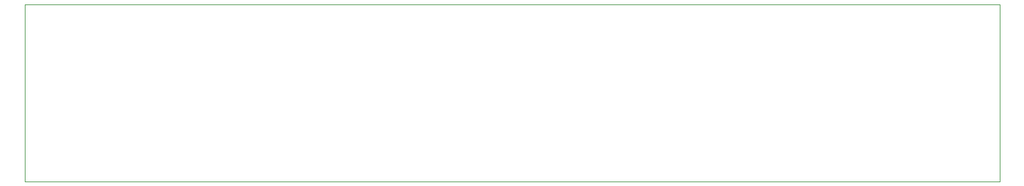
<source format=gbr>
G04 #@! TF.GenerationSoftware,KiCad,Pcbnew,(5.1.4-0-10_14)*
G04 #@! TF.CreationDate,2021-09-19T18:42:46+01:00*
G04 #@! TF.ProjectId,switch-module,73776974-6368-42d6-9d6f-64756c652e6b,rev?*
G04 #@! TF.SameCoordinates,Original*
G04 #@! TF.FileFunction,Profile,NP*
%FSLAX46Y46*%
G04 Gerber Fmt 4.6, Leading zero omitted, Abs format (unit mm)*
G04 Created by KiCad (PCBNEW (5.1.4-0-10_14)) date 2021-09-19 18:42:46*
%MOMM*%
%LPD*%
G04 APERTURE LIST*
%ADD10C,0.050000*%
G04 APERTURE END LIST*
D10*
X31475000Y-53130000D02*
X31475000Y-76625000D01*
X31475000Y-76625000D02*
X161015000Y-76625000D01*
X161015000Y-53130000D02*
X31475000Y-53130000D01*
X161015000Y-76625000D02*
X161015000Y-53130000D01*
M02*

</source>
